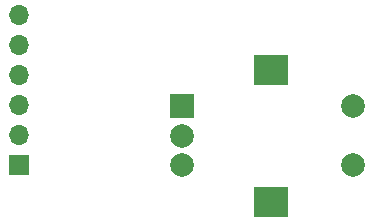
<source format=gbr>
G04 #@! TF.GenerationSoftware,KiCad,Pcbnew,(5.1.4)-1*
G04 #@! TF.CreationDate,2019-11-27T05:32:18-05:00*
G04 #@! TF.ProjectId,Rotary Encoder Breakout Board,526f7461-7279-4204-956e-636f64657220,rev?*
G04 #@! TF.SameCoordinates,Original*
G04 #@! TF.FileFunction,Copper,L2,Bot*
G04 #@! TF.FilePolarity,Positive*
%FSLAX46Y46*%
G04 Gerber Fmt 4.6, Leading zero omitted, Abs format (unit mm)*
G04 Created by KiCad (PCBNEW (5.1.4)-1) date 2019-11-27 05:32:18*
%MOMM*%
%LPD*%
G04 APERTURE LIST*
%ADD10R,2.000000X2.000000*%
%ADD11C,2.000000*%
%ADD12R,3.000000X2.500000*%
%ADD13O,1.700000X1.700000*%
%ADD14R,1.700000X1.700000*%
G04 APERTURE END LIST*
D10*
X131150000Y-93050000D03*
D11*
X131150000Y-95550000D03*
X131150000Y-98050000D03*
D12*
X138650000Y-89950000D03*
X138650000Y-101150000D03*
D11*
X145650000Y-93050000D03*
X145650000Y-98050000D03*
D13*
X117348000Y-85344000D03*
X117348000Y-87884000D03*
X117348000Y-90424000D03*
X117348000Y-92964000D03*
X117348000Y-95504000D03*
D14*
X117348000Y-98044000D03*
M02*

</source>
